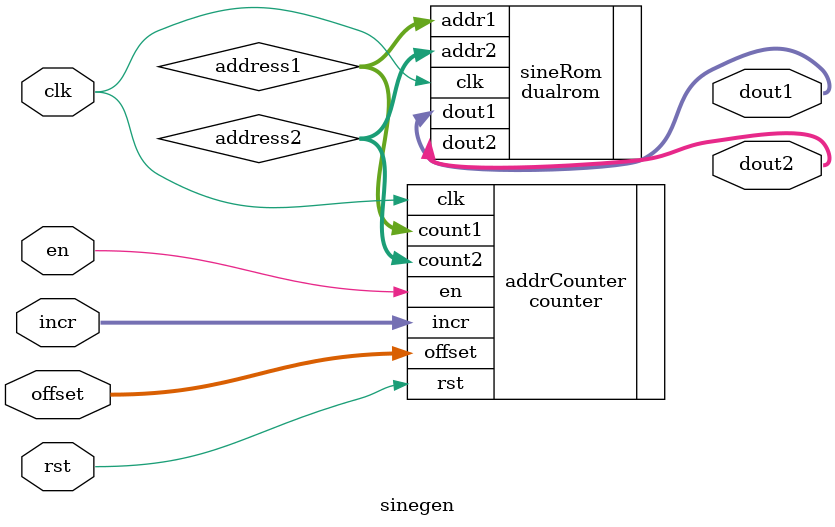
<source format=sv>
module sinegen #(
    parameter A_WIDTH = 8,
              D_WIDTH = 8
)(
    // interface signals
    input logic                clk, // clock
    input logic                rst, // reset
    input logic                en, // enable
    input logic [D_WIDTH-1:0]  incr, // increment for addr counter
    input logic [D_WIDTH-1:0]  offset,
    output logic [D_WIDTH-1:0] dout1, // output data
    output logic [D_WIDTH-1:0] dout2
);
    logic [A_WIDTH-1:0]        address1;  //interconnect wire
    logic [A_WIDTH-1:0]        address2;

counter addrCounter (
    .clk (clk),
    .rst (rst),
    .en (en),
    .offset (offset),
    .incr (incr),
    .count1 (address1),
    .count2 (address2)
);

dualrom sineRom (
    .clk (clk),
    .addr1 (address1),
    .addr2 (address2),
    .dout1 (dout1),
    .dout2 (dout2)
);

endmodule

</source>
